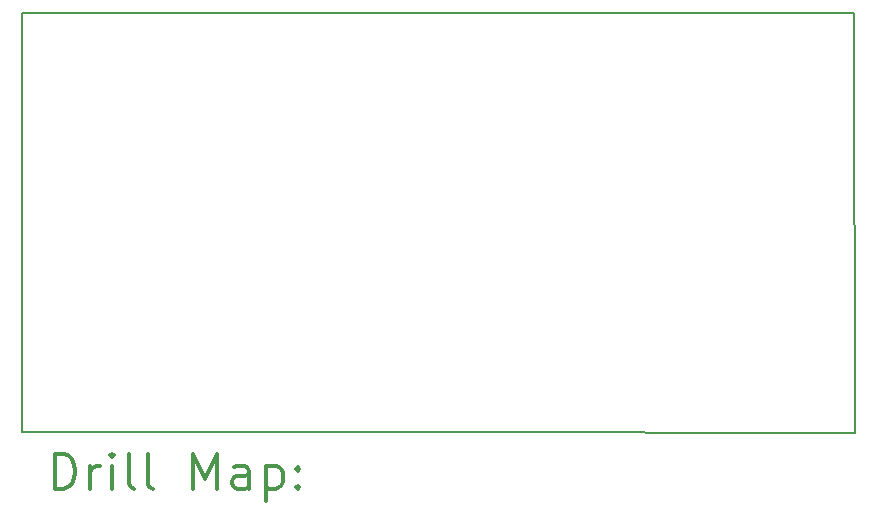
<source format=gbr>
%FSLAX45Y45*%
G04 Gerber Fmt 4.5, Leading zero omitted, Abs format (unit mm)*
G04 Created by KiCad (PCBNEW 5.0.2+dfsg1-1~bpo9+1) date dim. 03 nov. 2019 17:20:15 CET*
%MOMM*%
%LPD*%
G01*
G04 APERTURE LIST*
%ADD10C,0.200000*%
%ADD11C,0.150000*%
%ADD12C,0.300000*%
G04 APERTURE END LIST*
D10*
X18357850Y-12573000D02*
X14827250Y-12566650D01*
X18351500Y-9017000D02*
X18357850Y-12573000D01*
X14827250Y-9017000D02*
X18351500Y-9017000D01*
D11*
X11303000Y-12566650D02*
X11303000Y-9017000D01*
X14827250Y-12566650D02*
X11303000Y-12566650D01*
X11303000Y-9017000D02*
X14827250Y-9017000D01*
D10*
D12*
X11581928Y-13048714D02*
X11581928Y-12748714D01*
X11653357Y-12748714D01*
X11696214Y-12763000D01*
X11724786Y-12791571D01*
X11739071Y-12820143D01*
X11753357Y-12877286D01*
X11753357Y-12920143D01*
X11739071Y-12977286D01*
X11724786Y-13005857D01*
X11696214Y-13034429D01*
X11653357Y-13048714D01*
X11581928Y-13048714D01*
X11881928Y-13048714D02*
X11881928Y-12848714D01*
X11881928Y-12905857D02*
X11896214Y-12877286D01*
X11910500Y-12863000D01*
X11939071Y-12848714D01*
X11967643Y-12848714D01*
X12067643Y-13048714D02*
X12067643Y-12848714D01*
X12067643Y-12748714D02*
X12053357Y-12763000D01*
X12067643Y-12777286D01*
X12081928Y-12763000D01*
X12067643Y-12748714D01*
X12067643Y-12777286D01*
X12253357Y-13048714D02*
X12224786Y-13034429D01*
X12210500Y-13005857D01*
X12210500Y-12748714D01*
X12410500Y-13048714D02*
X12381928Y-13034429D01*
X12367643Y-13005857D01*
X12367643Y-12748714D01*
X12753357Y-13048714D02*
X12753357Y-12748714D01*
X12853357Y-12963000D01*
X12953357Y-12748714D01*
X12953357Y-13048714D01*
X13224786Y-13048714D02*
X13224786Y-12891571D01*
X13210500Y-12863000D01*
X13181928Y-12848714D01*
X13124786Y-12848714D01*
X13096214Y-12863000D01*
X13224786Y-13034429D02*
X13196214Y-13048714D01*
X13124786Y-13048714D01*
X13096214Y-13034429D01*
X13081928Y-13005857D01*
X13081928Y-12977286D01*
X13096214Y-12948714D01*
X13124786Y-12934429D01*
X13196214Y-12934429D01*
X13224786Y-12920143D01*
X13367643Y-12848714D02*
X13367643Y-13148714D01*
X13367643Y-12863000D02*
X13396214Y-12848714D01*
X13453357Y-12848714D01*
X13481928Y-12863000D01*
X13496214Y-12877286D01*
X13510500Y-12905857D01*
X13510500Y-12991571D01*
X13496214Y-13020143D01*
X13481928Y-13034429D01*
X13453357Y-13048714D01*
X13396214Y-13048714D01*
X13367643Y-13034429D01*
X13639071Y-13020143D02*
X13653357Y-13034429D01*
X13639071Y-13048714D01*
X13624786Y-13034429D01*
X13639071Y-13020143D01*
X13639071Y-13048714D01*
X13639071Y-12863000D02*
X13653357Y-12877286D01*
X13639071Y-12891571D01*
X13624786Y-12877286D01*
X13639071Y-12863000D01*
X13639071Y-12891571D01*
M02*

</source>
